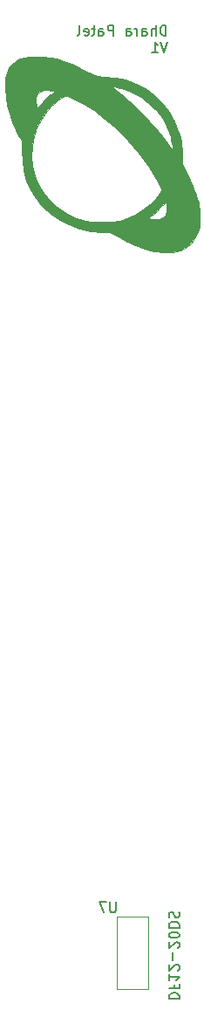
<source format=gbr>
G04 #@! TF.GenerationSoftware,KiCad,Pcbnew,5.1.2-f72e74a~84~ubuntu18.04.1*
G04 #@! TF.CreationDate,2019-07-18T11:25:25-04:00*
G04 #@! TF.ProjectId,Joe,4a6f652e-6b69-4636-9164-5f7063625858,rev?*
G04 #@! TF.SameCoordinates,Original*
G04 #@! TF.FileFunction,Legend,Bot*
G04 #@! TF.FilePolarity,Positive*
%FSLAX46Y46*%
G04 Gerber Fmt 4.6, Leading zero omitted, Abs format (unit mm)*
G04 Created by KiCad (PCBNEW 5.1.2-f72e74a~84~ubuntu18.04.1) date 2019-07-18 11:25:25*
%MOMM*%
%LPD*%
G04 APERTURE LIST*
%ADD10C,0.150000*%
%ADD11C,0.010000*%
%ADD12C,0.120000*%
G04 APERTURE END LIST*
D10*
X-6037895Y43285919D02*
X-6037895Y44285919D01*
X-6275990Y44285919D01*
X-6418847Y44238300D01*
X-6514085Y44143061D01*
X-6561704Y44047823D01*
X-6609323Y43857347D01*
X-6609323Y43714490D01*
X-6561704Y43524014D01*
X-6514085Y43428776D01*
X-6418847Y43333538D01*
X-6275990Y43285919D01*
X-6037895Y43285919D01*
X-7037895Y43285919D02*
X-7037895Y44285919D01*
X-7466466Y43285919D02*
X-7466466Y43809728D01*
X-7418847Y43904966D01*
X-7323609Y43952585D01*
X-7180752Y43952585D01*
X-7085514Y43904966D01*
X-7037895Y43857347D01*
X-8371228Y43285919D02*
X-8371228Y43809728D01*
X-8323609Y43904966D01*
X-8228371Y43952585D01*
X-8037895Y43952585D01*
X-7942657Y43904966D01*
X-8371228Y43333538D02*
X-8275990Y43285919D01*
X-8037895Y43285919D01*
X-7942657Y43333538D01*
X-7895038Y43428776D01*
X-7895038Y43524014D01*
X-7942657Y43619252D01*
X-8037895Y43666871D01*
X-8275990Y43666871D01*
X-8371228Y43714490D01*
X-8847419Y43285919D02*
X-8847419Y43952585D01*
X-8847419Y43762109D02*
X-8895038Y43857347D01*
X-8942657Y43904966D01*
X-9037895Y43952585D01*
X-9133133Y43952585D01*
X-9895038Y43285919D02*
X-9895038Y43809728D01*
X-9847419Y43904966D01*
X-9752180Y43952585D01*
X-9561704Y43952585D01*
X-9466466Y43904966D01*
X-9895038Y43333538D02*
X-9799800Y43285919D01*
X-9561704Y43285919D01*
X-9466466Y43333538D01*
X-9418847Y43428776D01*
X-9418847Y43524014D01*
X-9466466Y43619252D01*
X-9561704Y43666871D01*
X-9799800Y43666871D01*
X-9895038Y43714490D01*
X-11133133Y43285919D02*
X-11133133Y44285919D01*
X-11514085Y44285919D01*
X-11609323Y44238300D01*
X-11656942Y44190680D01*
X-11704561Y44095442D01*
X-11704561Y43952585D01*
X-11656942Y43857347D01*
X-11609323Y43809728D01*
X-11514085Y43762109D01*
X-11133133Y43762109D01*
X-12561704Y43285919D02*
X-12561704Y43809728D01*
X-12514085Y43904966D01*
X-12418847Y43952585D01*
X-12228371Y43952585D01*
X-12133133Y43904966D01*
X-12561704Y43333538D02*
X-12466466Y43285919D01*
X-12228371Y43285919D01*
X-12133133Y43333538D01*
X-12085514Y43428776D01*
X-12085514Y43524014D01*
X-12133133Y43619252D01*
X-12228371Y43666871D01*
X-12466466Y43666871D01*
X-12561704Y43714490D01*
X-12895038Y43952585D02*
X-13275990Y43952585D01*
X-13037895Y44285919D02*
X-13037895Y43428776D01*
X-13085514Y43333538D01*
X-13180752Y43285919D01*
X-13275990Y43285919D01*
X-13990276Y43333538D02*
X-13895038Y43285919D01*
X-13704561Y43285919D01*
X-13609323Y43333538D01*
X-13561704Y43428776D01*
X-13561704Y43809728D01*
X-13609323Y43904966D01*
X-13704561Y43952585D01*
X-13895038Y43952585D01*
X-13990276Y43904966D01*
X-14037895Y43809728D01*
X-14037895Y43714490D01*
X-13561704Y43619252D01*
X-14609323Y43285919D02*
X-14514085Y43333538D01*
X-14466466Y43428776D01*
X-14466466Y44285919D01*
X-5895038Y42635919D02*
X-6228371Y41635919D01*
X-6561704Y42635919D01*
X-7418847Y41635919D02*
X-6847419Y41635919D01*
X-7133133Y41635919D02*
X-7133133Y42635919D01*
X-7037895Y42493061D01*
X-6942657Y42397823D01*
X-6847419Y42350204D01*
D11*
G36*
X-21642831Y39145263D02*
G01*
X-21508804Y39683528D01*
X-21312248Y40109546D01*
X-21024338Y40477017D01*
X-20827640Y40663948D01*
X-20516522Y40901493D01*
X-20183941Y41071117D01*
X-19795085Y41182181D01*
X-19315137Y41244047D01*
X-18709284Y41266076D01*
X-18586702Y41266533D01*
X-17909440Y41242594D01*
X-17264427Y41164868D01*
X-16621394Y41024494D01*
X-15950073Y40812611D01*
X-15220196Y40520356D01*
X-14401493Y40138869D01*
X-13935686Y39904887D01*
X-13496045Y39680956D01*
X-13171093Y39522906D01*
X-12924889Y39419260D01*
X-12721493Y39358541D01*
X-12524962Y39329270D01*
X-12299355Y39319972D01*
X-12101634Y39319200D01*
X-11029920Y39236424D01*
X-9963923Y38993809D01*
X-8927039Y38599924D01*
X-7942665Y38063336D01*
X-7186461Y37519126D01*
X-6407023Y36779362D01*
X-5740759Y35918229D01*
X-5194374Y34946038D01*
X-4774576Y33873095D01*
X-4738505Y33756311D01*
X-4637061Y33389727D01*
X-4568766Y33052487D01*
X-4526463Y32690054D01*
X-4502993Y32247891D01*
X-4494547Y31897728D01*
X-4475095Y30783923D01*
X-3955681Y29765125D01*
X-3720637Y29278143D01*
X-3480565Y28736871D01*
X-3265916Y28212269D01*
X-3125676Y27830931D01*
X-2989915Y27415611D01*
X-2898773Y27081740D01*
X-2842096Y26769905D01*
X-2809733Y26420693D01*
X-2791531Y25974692D01*
X-2788407Y25857200D01*
X-2785180Y25246542D01*
X-2810821Y24792786D01*
X-2865945Y24485872D01*
X-2873982Y24460200D01*
X-3176320Y23754147D01*
X-3571715Y23188476D01*
X-4066243Y22758285D01*
X-4665976Y22458671D01*
X-5376987Y22284733D01*
X-5395176Y22282525D01*
X-5395176Y32249534D01*
X-5441272Y32588200D01*
X-5488570Y32864583D01*
X-5560486Y33210350D01*
X-5611951Y33429969D01*
X-5918056Y34327514D01*
X-6372510Y35185978D01*
X-6955076Y35982207D01*
X-7645520Y36693049D01*
X-8423607Y37295353D01*
X-9269102Y37765966D01*
X-9481532Y37857449D01*
X-9759062Y37960340D01*
X-10094384Y38070256D01*
X-10448726Y38176395D01*
X-10783314Y38267951D01*
X-11059374Y38334121D01*
X-11238135Y38364102D01*
X-11283377Y38359512D01*
X-11232725Y38299365D01*
X-11073546Y38157897D01*
X-10831493Y37957081D01*
X-10570881Y37749175D01*
X-9858542Y37150968D01*
X-9084334Y36430230D01*
X-8271136Y35611032D01*
X-7441824Y34717444D01*
X-6619278Y33773537D01*
X-5826375Y32803380D01*
X-5622821Y32543261D01*
X-5395176Y32249534D01*
X-5395176Y22282525D01*
X-5603343Y22257246D01*
X-6382354Y22250472D01*
X-6966027Y22329453D01*
X-6966027Y25464779D01*
X-6742741Y25475700D01*
X-6679363Y25487128D01*
X-6307889Y25638313D01*
X-6068056Y25882886D01*
X-5953127Y26232197D01*
X-5956362Y26697599D01*
X-5957083Y26703867D01*
X-5989724Y26939745D01*
X-6020840Y27093469D01*
X-6031413Y27119830D01*
X-6099413Y27078621D01*
X-6259056Y26939666D01*
X-6484042Y26726724D01*
X-6666909Y26545778D01*
X-6951677Y26269175D01*
X-7219994Y26025756D01*
X-7432714Y25850265D01*
X-7513891Y25794060D01*
X-7678623Y25681752D01*
X-7754841Y25600221D01*
X-7755466Y25595853D01*
X-7679634Y25547577D01*
X-7487459Y25506071D01*
X-7231928Y25476687D01*
X-6966027Y25464779D01*
X-6966027Y22329453D01*
X-7238682Y22366348D01*
X-8143238Y22595801D01*
X-9066935Y22929756D01*
X-9980685Y23359137D01*
X-10855399Y23874869D01*
X-10915107Y23914431D01*
X-11158879Y24072461D01*
X-11349274Y24170692D01*
X-11540530Y24223378D01*
X-11786885Y24244771D01*
X-12142579Y24249124D01*
X-12188948Y24249173D01*
X-12242800Y24252921D01*
X-12242800Y25225407D01*
X-11720248Y25226530D01*
X-11328214Y25233563D01*
X-11027883Y25251402D01*
X-10780443Y25284941D01*
X-10547079Y25339078D01*
X-10288980Y25418706D01*
X-10041466Y25503064D01*
X-9082119Y25903144D01*
X-8241321Y26403320D01*
X-7638180Y26883533D01*
X-7306031Y27200756D01*
X-7001199Y27526915D01*
X-6747393Y27833038D01*
X-6568324Y28090156D01*
X-6487699Y28269299D01*
X-6485466Y28292011D01*
X-6524021Y28421329D01*
X-6627498Y28658006D01*
X-6777621Y28961914D01*
X-6871738Y29140019D01*
X-7757524Y30623835D01*
X-8758764Y32019375D01*
X-9860878Y33310272D01*
X-11049289Y34480158D01*
X-12309415Y35512664D01*
X-12950510Y35964732D01*
X-13324580Y36204092D01*
X-13749820Y36458801D01*
X-14197541Y36713601D01*
X-14639056Y36953236D01*
X-15045675Y37162448D01*
X-15388712Y37325980D01*
X-15639478Y37428576D01*
X-15755577Y37456534D01*
X-15938131Y37398213D01*
X-16208373Y37236830D01*
X-16538065Y36992752D01*
X-16898968Y36686344D01*
X-17149325Y36451286D01*
X-17590150Y35959451D01*
X-18020863Y35371510D01*
X-18393879Y34756492D01*
X-18572003Y34395960D01*
X-18572003Y36273049D01*
X-18038022Y36849798D01*
X-17762349Y37134664D01*
X-17490215Y37394242D01*
X-17267521Y37585420D01*
X-17208144Y37629298D01*
X-17034056Y37764826D01*
X-16947216Y37865146D01*
X-16945717Y37886206D01*
X-17042190Y37926581D01*
X-17251091Y37969457D01*
X-17397806Y37989940D01*
X-17895068Y37996624D01*
X-18271365Y37884871D01*
X-18526342Y37655101D01*
X-18659645Y37307736D01*
X-18670918Y36843195D01*
X-18624735Y36536708D01*
X-18572003Y36273049D01*
X-18572003Y34395960D01*
X-18586706Y34366200D01*
X-18883048Y33498852D01*
X-19050653Y32560762D01*
X-19089521Y31591188D01*
X-18999653Y30629390D01*
X-18781048Y29714629D01*
X-18586706Y29201534D01*
X-18104539Y28312937D01*
X-17482226Y27502659D01*
X-16736761Y26785922D01*
X-15885135Y26177948D01*
X-14944344Y25693961D01*
X-14465906Y25510096D01*
X-14153123Y25404619D01*
X-13898598Y25329092D01*
X-13663213Y25278506D01*
X-13407849Y25247851D01*
X-13093389Y25232118D01*
X-12680714Y25226297D01*
X-12242800Y25225407D01*
X-12242800Y24252921D01*
X-13340700Y24329339D01*
X-14448437Y24562384D01*
X-15497966Y24940028D01*
X-16475089Y25453991D01*
X-17365611Y26095994D01*
X-18155336Y26857755D01*
X-18830069Y27730995D01*
X-19188067Y28331558D01*
X-19598371Y29242413D01*
X-19868206Y30188339D01*
X-20004492Y31199671D01*
X-20023644Y31995534D01*
X-20017995Y32426326D01*
X-20022592Y32728527D01*
X-20044602Y32942852D01*
X-20091186Y33110015D01*
X-20169511Y33270730D01*
X-20280590Y33455730D01*
X-20640910Y34123743D01*
X-20961919Y34880297D01*
X-21235329Y35690778D01*
X-21452853Y36520569D01*
X-21606203Y37335057D01*
X-21687091Y38099626D01*
X-21687229Y38779661D01*
X-21642831Y39145263D01*
X-21642831Y39145263D01*
G37*
X-21642831Y39145263D02*
X-21508804Y39683528D01*
X-21312248Y40109546D01*
X-21024338Y40477017D01*
X-20827640Y40663948D01*
X-20516522Y40901493D01*
X-20183941Y41071117D01*
X-19795085Y41182181D01*
X-19315137Y41244047D01*
X-18709284Y41266076D01*
X-18586702Y41266533D01*
X-17909440Y41242594D01*
X-17264427Y41164868D01*
X-16621394Y41024494D01*
X-15950073Y40812611D01*
X-15220196Y40520356D01*
X-14401493Y40138869D01*
X-13935686Y39904887D01*
X-13496045Y39680956D01*
X-13171093Y39522906D01*
X-12924889Y39419260D01*
X-12721493Y39358541D01*
X-12524962Y39329270D01*
X-12299355Y39319972D01*
X-12101634Y39319200D01*
X-11029920Y39236424D01*
X-9963923Y38993809D01*
X-8927039Y38599924D01*
X-7942665Y38063336D01*
X-7186461Y37519126D01*
X-6407023Y36779362D01*
X-5740759Y35918229D01*
X-5194374Y34946038D01*
X-4774576Y33873095D01*
X-4738505Y33756311D01*
X-4637061Y33389727D01*
X-4568766Y33052487D01*
X-4526463Y32690054D01*
X-4502993Y32247891D01*
X-4494547Y31897728D01*
X-4475095Y30783923D01*
X-3955681Y29765125D01*
X-3720637Y29278143D01*
X-3480565Y28736871D01*
X-3265916Y28212269D01*
X-3125676Y27830931D01*
X-2989915Y27415611D01*
X-2898773Y27081740D01*
X-2842096Y26769905D01*
X-2809733Y26420693D01*
X-2791531Y25974692D01*
X-2788407Y25857200D01*
X-2785180Y25246542D01*
X-2810821Y24792786D01*
X-2865945Y24485872D01*
X-2873982Y24460200D01*
X-3176320Y23754147D01*
X-3571715Y23188476D01*
X-4066243Y22758285D01*
X-4665976Y22458671D01*
X-5376987Y22284733D01*
X-5395176Y22282525D01*
X-5395176Y32249534D01*
X-5441272Y32588200D01*
X-5488570Y32864583D01*
X-5560486Y33210350D01*
X-5611951Y33429969D01*
X-5918056Y34327514D01*
X-6372510Y35185978D01*
X-6955076Y35982207D01*
X-7645520Y36693049D01*
X-8423607Y37295353D01*
X-9269102Y37765966D01*
X-9481532Y37857449D01*
X-9759062Y37960340D01*
X-10094384Y38070256D01*
X-10448726Y38176395D01*
X-10783314Y38267951D01*
X-11059374Y38334121D01*
X-11238135Y38364102D01*
X-11283377Y38359512D01*
X-11232725Y38299365D01*
X-11073546Y38157897D01*
X-10831493Y37957081D01*
X-10570881Y37749175D01*
X-9858542Y37150968D01*
X-9084334Y36430230D01*
X-8271136Y35611032D01*
X-7441824Y34717444D01*
X-6619278Y33773537D01*
X-5826375Y32803380D01*
X-5622821Y32543261D01*
X-5395176Y32249534D01*
X-5395176Y22282525D01*
X-5603343Y22257246D01*
X-6382354Y22250472D01*
X-6966027Y22329453D01*
X-6966027Y25464779D01*
X-6742741Y25475700D01*
X-6679363Y25487128D01*
X-6307889Y25638313D01*
X-6068056Y25882886D01*
X-5953127Y26232197D01*
X-5956362Y26697599D01*
X-5957083Y26703867D01*
X-5989724Y26939745D01*
X-6020840Y27093469D01*
X-6031413Y27119830D01*
X-6099413Y27078621D01*
X-6259056Y26939666D01*
X-6484042Y26726724D01*
X-6666909Y26545778D01*
X-6951677Y26269175D01*
X-7219994Y26025756D01*
X-7432714Y25850265D01*
X-7513891Y25794060D01*
X-7678623Y25681752D01*
X-7754841Y25600221D01*
X-7755466Y25595853D01*
X-7679634Y25547577D01*
X-7487459Y25506071D01*
X-7231928Y25476687D01*
X-6966027Y25464779D01*
X-6966027Y22329453D01*
X-7238682Y22366348D01*
X-8143238Y22595801D01*
X-9066935Y22929756D01*
X-9980685Y23359137D01*
X-10855399Y23874869D01*
X-10915107Y23914431D01*
X-11158879Y24072461D01*
X-11349274Y24170692D01*
X-11540530Y24223378D01*
X-11786885Y24244771D01*
X-12142579Y24249124D01*
X-12188948Y24249173D01*
X-12242800Y24252921D01*
X-12242800Y25225407D01*
X-11720248Y25226530D01*
X-11328214Y25233563D01*
X-11027883Y25251402D01*
X-10780443Y25284941D01*
X-10547079Y25339078D01*
X-10288980Y25418706D01*
X-10041466Y25503064D01*
X-9082119Y25903144D01*
X-8241321Y26403320D01*
X-7638180Y26883533D01*
X-7306031Y27200756D01*
X-7001199Y27526915D01*
X-6747393Y27833038D01*
X-6568324Y28090156D01*
X-6487699Y28269299D01*
X-6485466Y28292011D01*
X-6524021Y28421329D01*
X-6627498Y28658006D01*
X-6777621Y28961914D01*
X-6871738Y29140019D01*
X-7757524Y30623835D01*
X-8758764Y32019375D01*
X-9860878Y33310272D01*
X-11049289Y34480158D01*
X-12309415Y35512664D01*
X-12950510Y35964732D01*
X-13324580Y36204092D01*
X-13749820Y36458801D01*
X-14197541Y36713601D01*
X-14639056Y36953236D01*
X-15045675Y37162448D01*
X-15388712Y37325980D01*
X-15639478Y37428576D01*
X-15755577Y37456534D01*
X-15938131Y37398213D01*
X-16208373Y37236830D01*
X-16538065Y36992752D01*
X-16898968Y36686344D01*
X-17149325Y36451286D01*
X-17590150Y35959451D01*
X-18020863Y35371510D01*
X-18393879Y34756492D01*
X-18572003Y34395960D01*
X-18572003Y36273049D01*
X-18038022Y36849798D01*
X-17762349Y37134664D01*
X-17490215Y37394242D01*
X-17267521Y37585420D01*
X-17208144Y37629298D01*
X-17034056Y37764826D01*
X-16947216Y37865146D01*
X-16945717Y37886206D01*
X-17042190Y37926581D01*
X-17251091Y37969457D01*
X-17397806Y37989940D01*
X-17895068Y37996624D01*
X-18271365Y37884871D01*
X-18526342Y37655101D01*
X-18659645Y37307736D01*
X-18670918Y36843195D01*
X-18624735Y36536708D01*
X-18572003Y36273049D01*
X-18572003Y34395960D01*
X-18586706Y34366200D01*
X-18883048Y33498852D01*
X-19050653Y32560762D01*
X-19089521Y31591188D01*
X-18999653Y30629390D01*
X-18781048Y29714629D01*
X-18586706Y29201534D01*
X-18104539Y28312937D01*
X-17482226Y27502659D01*
X-16736761Y26785922D01*
X-15885135Y26177948D01*
X-14944344Y25693961D01*
X-14465906Y25510096D01*
X-14153123Y25404619D01*
X-13898598Y25329092D01*
X-13663213Y25278506D01*
X-13407849Y25247851D01*
X-13093389Y25232118D01*
X-12680714Y25226297D01*
X-12242800Y25225407D01*
X-12242800Y24252921D01*
X-13340700Y24329339D01*
X-14448437Y24562384D01*
X-15497966Y24940028D01*
X-16475089Y25453991D01*
X-17365611Y26095994D01*
X-18155336Y26857755D01*
X-18830069Y27730995D01*
X-19188067Y28331558D01*
X-19598371Y29242413D01*
X-19868206Y30188339D01*
X-20004492Y31199671D01*
X-20023644Y31995534D01*
X-20017995Y32426326D01*
X-20022592Y32728527D01*
X-20044602Y32942852D01*
X-20091186Y33110015D01*
X-20169511Y33270730D01*
X-20280590Y33455730D01*
X-20640910Y34123743D01*
X-20961919Y34880297D01*
X-21235329Y35690778D01*
X-21452853Y36520569D01*
X-21606203Y37335057D01*
X-21687091Y38099626D01*
X-21687229Y38779661D01*
X-21642831Y39145263D01*
D12*
X-7796400Y-49181600D02*
X-10796400Y-49181600D01*
X-10796400Y-49181600D02*
X-10796400Y-42181600D01*
X-10796400Y-42181600D02*
X-7796400Y-42181600D01*
X-7796400Y-42181600D02*
X-7796400Y-49181600D01*
D10*
X-10922095Y-40752780D02*
X-10922095Y-41562304D01*
X-10969714Y-41657542D01*
X-11017333Y-41705161D01*
X-11112571Y-41752780D01*
X-11303047Y-41752780D01*
X-11398285Y-41705161D01*
X-11445904Y-41657542D01*
X-11493523Y-41562304D01*
X-11493523Y-40752780D01*
X-11874476Y-40752780D02*
X-12541142Y-40752780D01*
X-12112571Y-41752780D01*
X-5760980Y-50139076D02*
X-4760980Y-50139076D01*
X-4760980Y-49900980D01*
X-4808600Y-49758123D01*
X-4903838Y-49662885D01*
X-4999076Y-49615266D01*
X-5189552Y-49567647D01*
X-5332409Y-49567647D01*
X-5522885Y-49615266D01*
X-5618123Y-49662885D01*
X-5713361Y-49758123D01*
X-5760980Y-49900980D01*
X-5760980Y-50139076D01*
X-5237171Y-48805742D02*
X-5237171Y-49139076D01*
X-5760980Y-49139076D02*
X-4760980Y-49139076D01*
X-4760980Y-48662885D01*
X-5760980Y-47758123D02*
X-5760980Y-48329552D01*
X-5760980Y-48043838D02*
X-4760980Y-48043838D01*
X-4903838Y-48139076D01*
X-4999076Y-48234314D01*
X-5046695Y-48329552D01*
X-4856219Y-47377171D02*
X-4808600Y-47329552D01*
X-4760980Y-47234314D01*
X-4760980Y-46996219D01*
X-4808600Y-46900980D01*
X-4856219Y-46853361D01*
X-4951457Y-46805742D01*
X-5046695Y-46805742D01*
X-5189552Y-46853361D01*
X-5760980Y-47424790D01*
X-5760980Y-46805742D01*
X-5380028Y-46377171D02*
X-5380028Y-45615266D01*
X-4856219Y-45186695D02*
X-4808600Y-45139076D01*
X-4760980Y-45043838D01*
X-4760980Y-44805742D01*
X-4808600Y-44710504D01*
X-4856219Y-44662885D01*
X-4951457Y-44615266D01*
X-5046695Y-44615266D01*
X-5189552Y-44662885D01*
X-5760980Y-45234314D01*
X-5760980Y-44615266D01*
X-4760980Y-43996219D02*
X-4760980Y-43900980D01*
X-4808600Y-43805742D01*
X-4856219Y-43758123D01*
X-4951457Y-43710504D01*
X-5141933Y-43662885D01*
X-5380028Y-43662885D01*
X-5570504Y-43710504D01*
X-5665742Y-43758123D01*
X-5713361Y-43805742D01*
X-5760980Y-43900980D01*
X-5760980Y-43996219D01*
X-5713361Y-44091457D01*
X-5665742Y-44139076D01*
X-5570504Y-44186695D01*
X-5380028Y-44234314D01*
X-5141933Y-44234314D01*
X-4951457Y-44186695D01*
X-4856219Y-44139076D01*
X-4808600Y-44091457D01*
X-4760980Y-43996219D01*
X-5760980Y-43234314D02*
X-4760980Y-43234314D01*
X-4760980Y-42996219D01*
X-4808600Y-42853361D01*
X-4903838Y-42758123D01*
X-4999076Y-42710504D01*
X-5189552Y-42662885D01*
X-5332409Y-42662885D01*
X-5522885Y-42710504D01*
X-5618123Y-42758123D01*
X-5713361Y-42853361D01*
X-5760980Y-42996219D01*
X-5760980Y-43234314D01*
X-5713361Y-42281933D02*
X-5760980Y-42139076D01*
X-5760980Y-41900980D01*
X-5713361Y-41805742D01*
X-5665742Y-41758123D01*
X-5570504Y-41710504D01*
X-5475266Y-41710504D01*
X-5380028Y-41758123D01*
X-5332409Y-41805742D01*
X-5284790Y-41900980D01*
X-5237171Y-42091457D01*
X-5189552Y-42186695D01*
X-5141933Y-42234314D01*
X-5046695Y-42281933D01*
X-4951457Y-42281933D01*
X-4856219Y-42234314D01*
X-4808600Y-42186695D01*
X-4760980Y-42091457D01*
X-4760980Y-41853361D01*
X-4808600Y-41710504D01*
M02*

</source>
